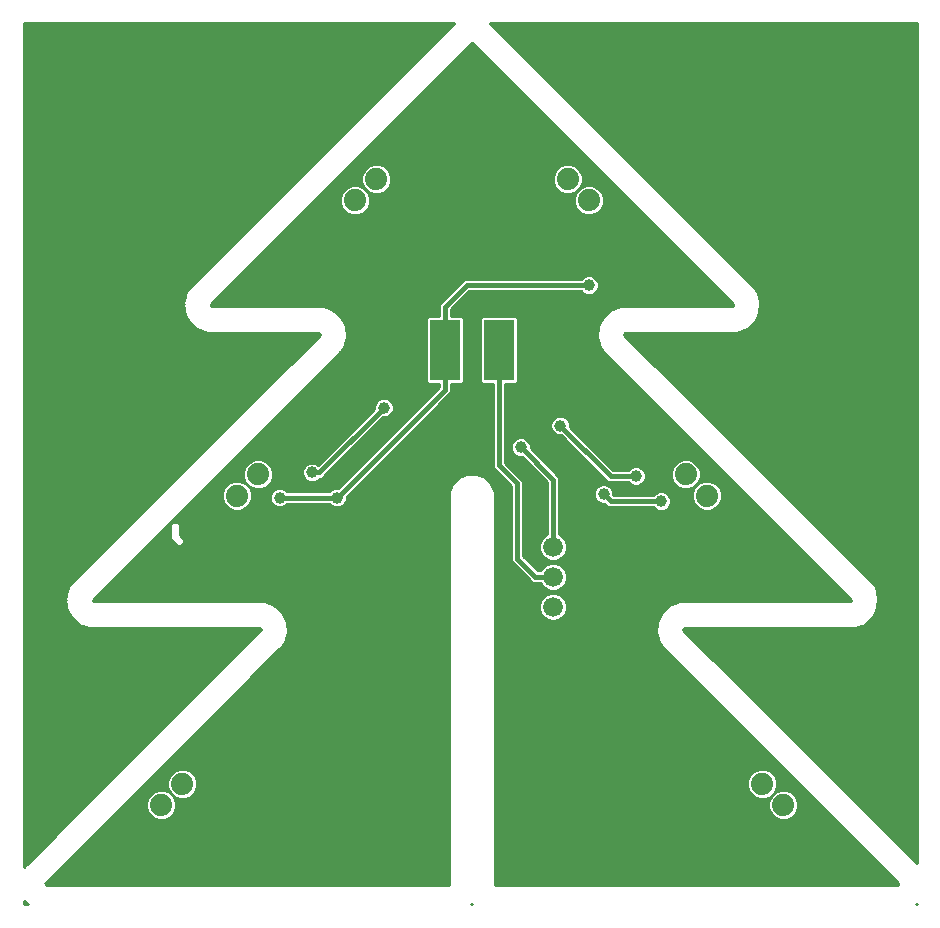
<source format=gtl>
G75*
G70*
%OFA0B0*%
%FSLAX24Y24*%
%IPPOS*%
%LPD*%
%AMOC8*
5,1,8,0,0,1.08239X$1,22.5*
%
%ADD10C,0.0740*%
%ADD11R,0.1000X0.2000*%
%ADD12C,0.0660*%
%ADD13C,0.0100*%
%ADD14C,0.0396*%
%ADD15C,0.0160*%
D10*
X004721Y003463D03*
X005428Y004170D03*
X007250Y013778D03*
X007957Y014485D03*
X011187Y023621D03*
X011894Y024328D03*
X018273Y024328D03*
X018980Y023621D03*
X022210Y014485D03*
X022917Y013778D03*
X024759Y004170D03*
X025466Y003463D03*
D11*
X015990Y018630D03*
X014190Y018630D03*
D12*
X017790Y012070D03*
X017790Y011070D03*
X017790Y010070D03*
D13*
X000274Y000150D02*
X000150Y000150D01*
X000150Y000262D01*
X000274Y000150D01*
X000266Y000157D02*
X000150Y000157D01*
X000150Y000256D02*
X000158Y000256D01*
X000877Y000819D02*
X000870Y000833D01*
X000868Y000848D01*
X000871Y000858D01*
X008669Y008655D01*
X008697Y008672D01*
X008731Y008718D01*
X008772Y008759D01*
X008785Y008789D01*
X008856Y008884D01*
X008856Y008884D01*
X008951Y009223D01*
X008918Y009573D01*
X008761Y009888D01*
X008501Y010124D01*
X008501Y010124D01*
X008173Y010251D01*
X002485Y010251D01*
X002477Y010252D01*
X002463Y010257D01*
X002452Y010268D01*
X002445Y010282D01*
X002443Y010297D01*
X002446Y010306D01*
X010637Y018498D01*
X010665Y018515D01*
X010700Y018561D01*
X010741Y018601D01*
X010753Y018632D01*
X010825Y018727D01*
X010920Y019065D01*
X010920Y019065D01*
X010887Y019415D01*
X010887Y019415D01*
X010729Y019730D01*
X010469Y019967D01*
X010141Y020094D01*
X006422Y020094D01*
X006414Y020094D01*
X006400Y020100D01*
X006389Y020110D01*
X006382Y020124D01*
X006380Y020139D01*
X006383Y020149D01*
X015084Y028850D01*
X023784Y020149D01*
X023787Y020139D01*
X023785Y020124D01*
X023779Y020110D01*
X023767Y020100D01*
X023753Y020094D01*
X023745Y020094D01*
X020026Y020094D01*
X019698Y019967D01*
X019438Y019730D01*
X019280Y019415D01*
X019247Y019065D01*
X019342Y018727D01*
X019342Y018727D01*
X019414Y018632D01*
X019426Y018601D01*
X019467Y018561D01*
X019502Y018515D01*
X019530Y018498D01*
X027721Y010306D01*
X027724Y010297D01*
X027722Y010282D01*
X027716Y010268D01*
X027704Y010257D01*
X027690Y010252D01*
X027682Y010251D01*
X021994Y010251D01*
X021666Y010124D01*
X021406Y009888D01*
X021406Y009888D01*
X021249Y009573D01*
X021216Y009223D01*
X021216Y009223D01*
X021311Y008884D01*
X021382Y008789D01*
X021395Y008759D01*
X021436Y008718D01*
X021470Y008672D01*
X021498Y008655D01*
X029296Y000858D01*
X029299Y000848D01*
X029297Y000833D01*
X029290Y000819D01*
X029279Y000808D01*
X029265Y000803D01*
X029257Y000802D01*
X015849Y000802D01*
X015849Y013649D01*
X015849Y013890D01*
X015732Y014171D01*
X015732Y014171D01*
X015517Y014387D01*
X015236Y014503D01*
X014931Y014503D01*
X014650Y014387D01*
X014435Y014171D01*
X014319Y013890D01*
X014319Y000802D01*
X000910Y000802D01*
X000903Y000803D01*
X000888Y000808D01*
X000877Y000819D01*
X000869Y000847D02*
X014319Y000847D01*
X014319Y000945D02*
X000958Y000945D01*
X001057Y001044D02*
X014319Y001044D01*
X014319Y001142D02*
X001155Y001142D01*
X001254Y001241D02*
X014319Y001241D01*
X014319Y001339D02*
X001352Y001339D01*
X001451Y001438D02*
X014319Y001438D01*
X014319Y001536D02*
X001549Y001536D01*
X001648Y001635D02*
X014319Y001635D01*
X014319Y001733D02*
X001746Y001733D01*
X001845Y001832D02*
X014319Y001832D01*
X014319Y001930D02*
X001943Y001930D01*
X002042Y002029D02*
X014319Y002029D01*
X014319Y002127D02*
X002140Y002127D01*
X002239Y002226D02*
X014319Y002226D01*
X014319Y002324D02*
X002337Y002324D01*
X002436Y002423D02*
X014319Y002423D01*
X014319Y002521D02*
X002534Y002521D01*
X002633Y002620D02*
X014319Y002620D01*
X014319Y002718D02*
X002731Y002718D01*
X002830Y002817D02*
X014319Y002817D01*
X014319Y002915D02*
X002928Y002915D01*
X003027Y003014D02*
X004500Y003014D01*
X004438Y003039D02*
X004622Y002963D01*
X004821Y002963D01*
X005004Y003039D01*
X005145Y003180D01*
X005221Y003364D01*
X005221Y003563D01*
X005145Y003746D01*
X005004Y003887D01*
X004821Y003963D01*
X004622Y003963D01*
X004438Y003887D01*
X004297Y003746D01*
X004221Y003563D01*
X004221Y003364D01*
X004297Y003180D01*
X004438Y003039D01*
X004365Y003112D02*
X003125Y003112D01*
X003224Y003211D02*
X004285Y003211D01*
X004244Y003309D02*
X003322Y003309D01*
X003421Y003408D02*
X004221Y003408D01*
X004221Y003506D02*
X003519Y003506D01*
X003618Y003605D02*
X004239Y003605D01*
X004279Y003703D02*
X003716Y003703D01*
X003815Y003802D02*
X004352Y003802D01*
X004469Y003900D02*
X003913Y003900D01*
X004012Y003999D02*
X004958Y003999D01*
X004928Y004071D02*
X005004Y003887D01*
X005145Y003746D01*
X005329Y003670D01*
X005528Y003670D01*
X005712Y003746D01*
X005852Y003887D01*
X005928Y004071D01*
X005928Y004270D01*
X005852Y004454D01*
X005712Y004594D01*
X005528Y004670D01*
X005329Y004670D01*
X005145Y004594D01*
X005004Y004454D01*
X004928Y004270D01*
X004928Y004071D01*
X004928Y004097D02*
X004110Y004097D01*
X004209Y004196D02*
X004928Y004196D01*
X004938Y004294D02*
X004307Y004294D01*
X004406Y004393D02*
X004979Y004393D01*
X005042Y004491D02*
X004504Y004491D01*
X004603Y004590D02*
X005140Y004590D01*
X004898Y004885D02*
X014319Y004885D01*
X014319Y004787D02*
X004800Y004787D01*
X004701Y004688D02*
X014319Y004688D01*
X014319Y004590D02*
X005716Y004590D01*
X005815Y004491D02*
X014319Y004491D01*
X014319Y004393D02*
X005878Y004393D01*
X005918Y004294D02*
X014319Y004294D01*
X014319Y004196D02*
X005928Y004196D01*
X005928Y004097D02*
X014319Y004097D01*
X014319Y003999D02*
X005898Y003999D01*
X005858Y003900D02*
X014319Y003900D01*
X014319Y003802D02*
X005767Y003802D01*
X005607Y003703D02*
X014319Y003703D01*
X014319Y003605D02*
X005204Y003605D01*
X005221Y003506D02*
X014319Y003506D01*
X014319Y003408D02*
X005221Y003408D01*
X005199Y003309D02*
X014319Y003309D01*
X014319Y003211D02*
X005158Y003211D01*
X005077Y003112D02*
X014319Y003112D01*
X014319Y003014D02*
X004942Y003014D01*
X005163Y003703D02*
X005250Y003703D01*
X005090Y003802D02*
X005090Y003802D01*
X004999Y003900D02*
X004973Y003900D01*
X004997Y004984D02*
X014319Y004984D01*
X014319Y005082D02*
X005095Y005082D01*
X005194Y005181D02*
X014319Y005181D01*
X014319Y005279D02*
X005292Y005279D01*
X005391Y005378D02*
X014319Y005378D01*
X014319Y005476D02*
X005489Y005476D01*
X005588Y005575D02*
X014319Y005575D01*
X014319Y005673D02*
X005686Y005673D01*
X005785Y005772D02*
X014319Y005772D01*
X014319Y005870D02*
X005883Y005870D01*
X005982Y005969D02*
X014319Y005969D01*
X014319Y006067D02*
X006080Y006067D01*
X006179Y006166D02*
X014319Y006166D01*
X014319Y006264D02*
X006277Y006264D01*
X006376Y006363D02*
X014319Y006363D01*
X014319Y006461D02*
X006474Y006461D01*
X006573Y006560D02*
X014319Y006560D01*
X014319Y006658D02*
X006671Y006658D01*
X006770Y006757D02*
X014319Y006757D01*
X014319Y006855D02*
X006868Y006855D01*
X006967Y006954D02*
X014319Y006954D01*
X014319Y007052D02*
X007065Y007052D01*
X007164Y007151D02*
X014319Y007151D01*
X014319Y007249D02*
X007262Y007249D01*
X007361Y007348D02*
X014319Y007348D01*
X014319Y007446D02*
X007459Y007446D01*
X007558Y007545D02*
X014319Y007545D01*
X014319Y007643D02*
X007656Y007643D01*
X007755Y007742D02*
X014319Y007742D01*
X014319Y007840D02*
X007853Y007840D01*
X007952Y007939D02*
X014319Y007939D01*
X014319Y008037D02*
X008050Y008037D01*
X008149Y008136D02*
X014319Y008136D01*
X014319Y008234D02*
X008247Y008234D01*
X008346Y008333D02*
X014319Y008333D01*
X014319Y008431D02*
X008444Y008431D01*
X008543Y008530D02*
X014319Y008530D01*
X014319Y008628D02*
X008641Y008628D01*
X008740Y008727D02*
X014319Y008727D01*
X014319Y008825D02*
X008812Y008825D01*
X008867Y008924D02*
X014319Y008924D01*
X014319Y009022D02*
X008895Y009022D01*
X008923Y009121D02*
X014319Y009121D01*
X014319Y009219D02*
X008950Y009219D01*
X008951Y009223D02*
X008951Y009223D01*
X008942Y009318D02*
X014319Y009318D01*
X014319Y009416D02*
X008933Y009416D01*
X008924Y009515D02*
X014319Y009515D01*
X014319Y009613D02*
X008898Y009613D01*
X008918Y009573D02*
X008918Y009573D01*
X008849Y009712D02*
X014319Y009712D01*
X014319Y009810D02*
X008800Y009810D01*
X008761Y009888D02*
X008761Y009888D01*
X008738Y009909D02*
X014319Y009909D01*
X014319Y010007D02*
X008630Y010007D01*
X008521Y010106D02*
X014319Y010106D01*
X014319Y010204D02*
X008294Y010204D01*
X008005Y009350D02*
X008019Y009345D01*
X008031Y009334D01*
X008037Y009321D01*
X008039Y009305D01*
X008036Y009296D01*
X000239Y001498D01*
X000210Y001481D01*
X000176Y001435D01*
X000150Y001409D01*
X000150Y029531D01*
X014492Y029531D01*
X014466Y029505D01*
X014466Y029505D01*
X005750Y020789D01*
X005722Y020773D01*
X005688Y020727D01*
X005647Y020686D01*
X005634Y020656D01*
X005563Y020560D01*
X005468Y020222D01*
X005468Y020222D01*
X005501Y019872D01*
X005501Y019872D01*
X005658Y019557D01*
X005918Y019320D01*
X005918Y019320D01*
X006246Y019194D01*
X009965Y019194D01*
X009973Y019193D01*
X009988Y019187D01*
X009999Y019177D01*
X010006Y019163D01*
X010007Y019148D01*
X010005Y019138D01*
X001813Y010947D01*
X001785Y010930D01*
X001751Y010884D01*
X001710Y010843D01*
X001697Y010813D01*
X001626Y010718D01*
X001626Y010718D01*
X001531Y010379D01*
X001564Y010029D01*
X001721Y009715D01*
X001721Y009715D01*
X001981Y009478D01*
X001981Y009478D01*
X002309Y009351D01*
X007997Y009351D01*
X008005Y009350D01*
X008038Y009318D02*
X000150Y009318D01*
X000150Y009416D02*
X002141Y009416D01*
X001941Y009515D02*
X000150Y009515D01*
X000150Y009613D02*
X001833Y009613D01*
X001724Y009712D02*
X000150Y009712D01*
X000150Y009810D02*
X001673Y009810D01*
X001624Y009909D02*
X000150Y009909D01*
X000150Y010007D02*
X001575Y010007D01*
X001564Y010029D02*
X001564Y010029D01*
X001557Y010106D02*
X000150Y010106D01*
X000150Y010204D02*
X001547Y010204D01*
X001538Y010303D02*
X000150Y010303D01*
X000150Y010401D02*
X001537Y010401D01*
X001531Y010379D02*
X001531Y010379D01*
X001564Y010500D02*
X000150Y010500D01*
X000150Y010598D02*
X001592Y010598D01*
X001620Y010697D02*
X000150Y010697D01*
X000150Y010795D02*
X001684Y010795D01*
X001758Y010894D02*
X000150Y010894D01*
X000150Y010992D02*
X001859Y010992D01*
X001957Y011091D02*
X000150Y011091D01*
X000150Y011189D02*
X002056Y011189D01*
X002154Y011288D02*
X000150Y011288D01*
X000150Y011386D02*
X002253Y011386D01*
X002351Y011485D02*
X000150Y011485D01*
X000150Y011583D02*
X002450Y011583D01*
X002548Y011682D02*
X000150Y011682D01*
X000150Y011780D02*
X002647Y011780D01*
X002745Y011879D02*
X000150Y011879D01*
X000150Y011977D02*
X002844Y011977D01*
X002942Y012076D02*
X000150Y012076D01*
X000150Y012174D02*
X003041Y012174D01*
X003139Y012273D02*
X000150Y012273D01*
X000150Y012371D02*
X003238Y012371D01*
X003336Y012470D02*
X000150Y012470D01*
X000150Y012568D02*
X003435Y012568D01*
X003533Y012667D02*
X000150Y012667D01*
X000150Y012765D02*
X003632Y012765D01*
X003730Y012864D02*
X000150Y012864D01*
X000150Y012962D02*
X003829Y012962D01*
X003927Y013061D02*
X000150Y013061D01*
X000150Y013159D02*
X004026Y013159D01*
X004124Y013258D02*
X000150Y013258D01*
X000150Y013356D02*
X004223Y013356D01*
X004321Y013455D02*
X000150Y013455D01*
X000150Y013553D02*
X004420Y013553D01*
X004518Y013652D02*
X000150Y013652D01*
X000150Y013750D02*
X004617Y013750D01*
X004715Y013849D02*
X000150Y013849D01*
X000150Y013947D02*
X004814Y013947D01*
X004912Y014046D02*
X000150Y014046D01*
X000150Y014144D02*
X005011Y014144D01*
X005109Y014243D02*
X000150Y014243D01*
X000150Y014341D02*
X005208Y014341D01*
X005306Y014440D02*
X000150Y014440D01*
X000150Y014538D02*
X005405Y014538D01*
X005503Y014637D02*
X000150Y014637D01*
X000150Y014735D02*
X005602Y014735D01*
X005700Y014834D02*
X000150Y014834D01*
X000150Y014932D02*
X005799Y014932D01*
X005897Y015031D02*
X000150Y015031D01*
X000150Y015129D02*
X005996Y015129D01*
X006094Y015228D02*
X000150Y015228D01*
X000150Y015326D02*
X006193Y015326D01*
X006291Y015425D02*
X000150Y015425D01*
X000150Y015523D02*
X006390Y015523D01*
X006488Y015622D02*
X000150Y015622D01*
X000150Y015720D02*
X006587Y015720D01*
X006685Y015819D02*
X000150Y015819D01*
X000150Y015917D02*
X006784Y015917D01*
X006882Y016016D02*
X000150Y016016D01*
X000150Y016114D02*
X006981Y016114D01*
X007079Y016213D02*
X000150Y016213D01*
X000150Y016311D02*
X007178Y016311D01*
X007276Y016410D02*
X000150Y016410D01*
X000150Y016508D02*
X007375Y016508D01*
X007473Y016607D02*
X000150Y016607D01*
X000150Y016705D02*
X007572Y016705D01*
X007670Y016804D02*
X000150Y016804D01*
X000150Y016902D02*
X007769Y016902D01*
X007867Y017001D02*
X000150Y017001D01*
X000150Y017099D02*
X007966Y017099D01*
X008064Y017198D02*
X000150Y017198D01*
X000150Y017296D02*
X008163Y017296D01*
X008261Y017395D02*
X000150Y017395D01*
X000150Y017493D02*
X008360Y017493D01*
X008458Y017592D02*
X000150Y017592D01*
X000150Y017690D02*
X008557Y017690D01*
X008655Y017789D02*
X000150Y017789D01*
X000150Y017887D02*
X008754Y017887D01*
X008852Y017986D02*
X000150Y017986D01*
X000150Y018084D02*
X008951Y018084D01*
X009049Y018183D02*
X000150Y018183D01*
X000150Y018281D02*
X009148Y018281D01*
X009246Y018380D02*
X000150Y018380D01*
X000150Y018478D02*
X009345Y018478D01*
X009443Y018577D02*
X000150Y018577D01*
X000150Y018675D02*
X009542Y018675D01*
X009640Y018774D02*
X000150Y018774D01*
X000150Y018872D02*
X009739Y018872D01*
X009837Y018971D02*
X000150Y018971D01*
X000150Y019069D02*
X009936Y019069D01*
X010004Y019168D02*
X000150Y019168D01*
X000150Y019266D02*
X006059Y019266D01*
X005870Y019365D02*
X000150Y019365D01*
X000150Y019463D02*
X005761Y019463D01*
X005658Y019557D02*
X005658Y019557D01*
X005656Y019562D02*
X000150Y019562D01*
X000150Y019660D02*
X005607Y019660D01*
X005557Y019759D02*
X000150Y019759D01*
X000150Y019857D02*
X005508Y019857D01*
X005493Y019956D02*
X000150Y019956D01*
X000150Y020054D02*
X005484Y020054D01*
X005474Y020153D02*
X000150Y020153D01*
X000150Y020251D02*
X005476Y020251D01*
X005504Y020350D02*
X000150Y020350D01*
X000150Y020448D02*
X005531Y020448D01*
X005559Y020547D02*
X000150Y020547D01*
X000150Y020645D02*
X005627Y020645D01*
X005563Y020560D02*
X005563Y020560D01*
X005700Y020744D02*
X000150Y020744D01*
X000150Y020842D02*
X005803Y020842D01*
X005902Y020941D02*
X000150Y020941D01*
X000150Y021039D02*
X006000Y021039D01*
X006099Y021138D02*
X000150Y021138D01*
X000150Y021236D02*
X006197Y021236D01*
X006296Y021335D02*
X000150Y021335D01*
X000150Y021433D02*
X006394Y021433D01*
X006493Y021532D02*
X000150Y021532D01*
X000150Y021630D02*
X006591Y021630D01*
X006690Y021729D02*
X000150Y021729D01*
X000150Y021827D02*
X006788Y021827D01*
X006887Y021926D02*
X000150Y021926D01*
X000150Y022024D02*
X006985Y022024D01*
X007084Y022123D02*
X000150Y022123D01*
X000150Y022221D02*
X007182Y022221D01*
X007281Y022320D02*
X000150Y022320D01*
X000150Y022418D02*
X007379Y022418D01*
X007478Y022517D02*
X000150Y022517D01*
X000150Y022615D02*
X007576Y022615D01*
X007675Y022714D02*
X000150Y022714D01*
X000150Y022812D02*
X007773Y022812D01*
X007872Y022911D02*
X000150Y022911D01*
X000150Y023009D02*
X007970Y023009D01*
X008069Y023108D02*
X000150Y023108D01*
X000150Y023206D02*
X008167Y023206D01*
X008266Y023305D02*
X000150Y023305D01*
X000150Y023403D02*
X008364Y023403D01*
X008463Y023502D02*
X000150Y023502D01*
X000150Y023600D02*
X008561Y023600D01*
X008660Y023699D02*
X000150Y023699D01*
X000150Y023797D02*
X008758Y023797D01*
X008857Y023896D02*
X000150Y023896D01*
X000150Y023994D02*
X008955Y023994D01*
X009054Y024093D02*
X000150Y024093D01*
X000150Y024191D02*
X009152Y024191D01*
X009251Y024290D02*
X000150Y024290D01*
X000150Y024388D02*
X009349Y024388D01*
X009448Y024487D02*
X000150Y024487D01*
X000150Y024585D02*
X009546Y024585D01*
X009645Y024684D02*
X000150Y024684D01*
X000150Y024782D02*
X009743Y024782D01*
X009842Y024881D02*
X000150Y024881D01*
X000150Y024979D02*
X009940Y024979D01*
X010039Y025078D02*
X000150Y025078D01*
X000150Y025176D02*
X010137Y025176D01*
X010236Y025275D02*
X000150Y025275D01*
X000150Y025373D02*
X010334Y025373D01*
X010433Y025472D02*
X000150Y025472D01*
X000150Y025570D02*
X010531Y025570D01*
X010630Y025669D02*
X000150Y025669D01*
X000150Y025767D02*
X010728Y025767D01*
X010827Y025866D02*
X000150Y025866D01*
X000150Y025964D02*
X010925Y025964D01*
X011024Y026063D02*
X000150Y026063D01*
X000150Y026161D02*
X011122Y026161D01*
X011221Y026260D02*
X000150Y026260D01*
X000150Y026358D02*
X011319Y026358D01*
X011418Y026457D02*
X000150Y026457D01*
X000150Y026555D02*
X011516Y026555D01*
X011615Y026654D02*
X000150Y026654D01*
X000150Y026752D02*
X011713Y026752D01*
X011812Y026851D02*
X000150Y026851D01*
X000150Y026949D02*
X011910Y026949D01*
X012009Y027048D02*
X000150Y027048D01*
X000150Y027146D02*
X012107Y027146D01*
X012206Y027245D02*
X000150Y027245D01*
X000150Y027343D02*
X012304Y027343D01*
X012403Y027442D02*
X000150Y027442D01*
X000150Y027540D02*
X012501Y027540D01*
X012600Y027639D02*
X000150Y027639D01*
X000150Y027737D02*
X012698Y027737D01*
X012797Y027836D02*
X000150Y027836D01*
X000150Y027934D02*
X012895Y027934D01*
X012994Y028033D02*
X000150Y028033D01*
X000150Y028131D02*
X013092Y028131D01*
X013191Y028230D02*
X000150Y028230D01*
X000150Y028328D02*
X013289Y028328D01*
X013388Y028427D02*
X000150Y028427D01*
X000150Y028525D02*
X013486Y028525D01*
X013585Y028624D02*
X000150Y028624D01*
X000150Y028722D02*
X013683Y028722D01*
X013782Y028821D02*
X000150Y028821D01*
X000150Y028919D02*
X013880Y028919D01*
X013979Y029018D02*
X000150Y029018D01*
X000150Y029116D02*
X014077Y029116D01*
X014176Y029215D02*
X000150Y029215D01*
X000150Y029313D02*
X014274Y029313D01*
X014373Y029412D02*
X000150Y029412D01*
X000150Y029510D02*
X014471Y029510D01*
X015054Y028821D02*
X015113Y028821D01*
X015211Y028722D02*
X014956Y028722D01*
X014857Y028624D02*
X015310Y028624D01*
X015408Y028525D02*
X014759Y028525D01*
X014660Y028427D02*
X015507Y028427D01*
X015605Y028328D02*
X014562Y028328D01*
X014463Y028230D02*
X015704Y028230D01*
X015802Y028131D02*
X014365Y028131D01*
X014266Y028033D02*
X015901Y028033D01*
X015999Y027934D02*
X014168Y027934D01*
X014069Y027836D02*
X016098Y027836D01*
X016196Y027737D02*
X013971Y027737D01*
X013872Y027639D02*
X016295Y027639D01*
X016393Y027540D02*
X013774Y027540D01*
X013675Y027442D02*
X016492Y027442D01*
X016590Y027343D02*
X013577Y027343D01*
X013478Y027245D02*
X016689Y027245D01*
X016787Y027146D02*
X013380Y027146D01*
X013281Y027048D02*
X016886Y027048D01*
X016984Y026949D02*
X013183Y026949D01*
X013084Y026851D02*
X017083Y026851D01*
X017181Y026752D02*
X012986Y026752D01*
X012887Y026654D02*
X017280Y026654D01*
X017378Y026555D02*
X012789Y026555D01*
X012690Y026457D02*
X017477Y026457D01*
X017575Y026358D02*
X012592Y026358D01*
X012493Y026260D02*
X017674Y026260D01*
X017772Y026161D02*
X012395Y026161D01*
X012296Y026063D02*
X017871Y026063D01*
X017969Y025964D02*
X012198Y025964D01*
X012099Y025866D02*
X018068Y025866D01*
X018166Y025767D02*
X012001Y025767D01*
X011902Y025669D02*
X018265Y025669D01*
X018363Y025570D02*
X011804Y025570D01*
X011705Y025472D02*
X018462Y025472D01*
X018560Y025373D02*
X011607Y025373D01*
X011508Y025275D02*
X018659Y025275D01*
X018757Y025176D02*
X011410Y025176D01*
X011311Y025078D02*
X018856Y025078D01*
X018954Y024979D02*
X011213Y024979D01*
X011114Y024881D02*
X019053Y024881D01*
X019151Y024782D02*
X018483Y024782D01*
X018557Y024752D02*
X018373Y024828D01*
X018174Y024828D01*
X017990Y024752D01*
X017849Y024611D01*
X017773Y024427D01*
X017773Y024228D01*
X017849Y024045D01*
X017990Y023904D01*
X018174Y023828D01*
X018373Y023828D01*
X018557Y023904D01*
X018480Y023720D01*
X018480Y023521D01*
X018557Y023337D01*
X018697Y023197D01*
X018881Y023121D01*
X019080Y023121D01*
X019264Y023197D01*
X019404Y023337D01*
X019480Y023521D01*
X019480Y023720D01*
X019404Y023904D01*
X019264Y024045D01*
X019080Y024121D01*
X018881Y024121D01*
X018697Y024045D01*
X018773Y024228D01*
X018773Y024427D01*
X018697Y024611D01*
X018557Y024752D01*
X018625Y024684D02*
X019250Y024684D01*
X019348Y024585D02*
X018708Y024585D01*
X018749Y024487D02*
X019447Y024487D01*
X019545Y024388D02*
X018773Y024388D01*
X018773Y024290D02*
X019644Y024290D01*
X019742Y024191D02*
X018758Y024191D01*
X018717Y024093D02*
X018813Y024093D01*
X018697Y024045D02*
X018557Y023904D01*
X018697Y024045D01*
X018647Y023994D02*
X018647Y023994D01*
X018553Y023896D02*
X018536Y023896D01*
X018512Y023797D02*
X011655Y023797D01*
X011687Y023720D02*
X011611Y023904D01*
X011794Y023828D01*
X011993Y023828D01*
X012177Y023904D01*
X012318Y024045D01*
X012394Y024228D01*
X012394Y024427D01*
X012318Y024611D01*
X012177Y024752D01*
X011993Y024828D01*
X011794Y024828D01*
X011611Y024752D01*
X011470Y024611D01*
X011394Y024427D01*
X011394Y024228D01*
X011470Y024045D01*
X011611Y023904D01*
X011470Y024045D01*
X011286Y024121D01*
X011087Y024121D01*
X010903Y024045D01*
X010763Y023904D01*
X010687Y023720D01*
X010687Y023521D01*
X010763Y023337D01*
X010903Y023197D01*
X011087Y023121D01*
X011286Y023121D01*
X011470Y023197D01*
X011611Y023337D01*
X011687Y023521D01*
X011687Y023720D01*
X011687Y023699D02*
X018480Y023699D01*
X018480Y023600D02*
X011687Y023600D01*
X011679Y023502D02*
X018489Y023502D01*
X018529Y023403D02*
X011638Y023403D01*
X011578Y023305D02*
X018589Y023305D01*
X018688Y023206D02*
X011479Y023206D01*
X010894Y023206D02*
X009440Y023206D01*
X009341Y023108D02*
X020826Y023108D01*
X020727Y023206D02*
X019273Y023206D01*
X019371Y023305D02*
X020629Y023305D01*
X020530Y023403D02*
X019431Y023403D01*
X019472Y023502D02*
X020432Y023502D01*
X020333Y023600D02*
X019480Y023600D01*
X019480Y023699D02*
X020235Y023699D01*
X020136Y023797D02*
X019449Y023797D01*
X019408Y023896D02*
X020038Y023896D01*
X019939Y023994D02*
X019314Y023994D01*
X019148Y024093D02*
X019841Y024093D01*
X020522Y024684D02*
X029910Y024684D01*
X029910Y024782D02*
X020424Y024782D01*
X020325Y024881D02*
X029910Y024881D01*
X029910Y024979D02*
X020227Y024979D01*
X020128Y025078D02*
X029910Y025078D01*
X029910Y025176D02*
X020030Y025176D01*
X019931Y025275D02*
X029910Y025275D01*
X029910Y025373D02*
X019833Y025373D01*
X019734Y025472D02*
X029910Y025472D01*
X029910Y025570D02*
X019636Y025570D01*
X019537Y025669D02*
X029910Y025669D01*
X029910Y025767D02*
X019439Y025767D01*
X019340Y025866D02*
X029910Y025866D01*
X029910Y025964D02*
X019242Y025964D01*
X019143Y026063D02*
X029910Y026063D01*
X029910Y026161D02*
X019045Y026161D01*
X018946Y026260D02*
X029910Y026260D01*
X029910Y026358D02*
X018848Y026358D01*
X018749Y026457D02*
X029910Y026457D01*
X029910Y026555D02*
X018651Y026555D01*
X018552Y026654D02*
X029910Y026654D01*
X029910Y026752D02*
X018454Y026752D01*
X018355Y026851D02*
X029910Y026851D01*
X029910Y026949D02*
X018257Y026949D01*
X018158Y027048D02*
X029910Y027048D01*
X029910Y027146D02*
X018060Y027146D01*
X017961Y027245D02*
X029910Y027245D01*
X029910Y027343D02*
X017863Y027343D01*
X017764Y027442D02*
X029910Y027442D01*
X029910Y027540D02*
X017666Y027540D01*
X017567Y027639D02*
X029910Y027639D01*
X029910Y027737D02*
X017469Y027737D01*
X017370Y027836D02*
X029910Y027836D01*
X029910Y027934D02*
X017272Y027934D01*
X017173Y028033D02*
X029910Y028033D01*
X029910Y028131D02*
X017075Y028131D01*
X016976Y028230D02*
X029910Y028230D01*
X029910Y028328D02*
X016878Y028328D01*
X016779Y028427D02*
X029910Y028427D01*
X029910Y028525D02*
X016681Y028525D01*
X016582Y028624D02*
X029910Y028624D01*
X029910Y028722D02*
X016484Y028722D01*
X016385Y028821D02*
X029910Y028821D01*
X029910Y028919D02*
X016287Y028919D01*
X016188Y029018D02*
X029910Y029018D01*
X029910Y029116D02*
X016090Y029116D01*
X015991Y029215D02*
X029910Y029215D01*
X029910Y029313D02*
X015893Y029313D01*
X015794Y029412D02*
X029910Y029412D01*
X029910Y029510D02*
X015696Y029510D01*
X015675Y029531D02*
X029910Y029531D01*
X029910Y001516D01*
X022131Y009296D01*
X022128Y009305D01*
X022130Y009321D01*
X022137Y009334D01*
X022148Y009345D01*
X022162Y009350D01*
X022170Y009351D01*
X027858Y009351D01*
X028186Y009478D01*
X028446Y009715D01*
X028603Y010029D01*
X028636Y010379D01*
X028541Y010718D01*
X028470Y010813D01*
X028457Y010843D01*
X028416Y010884D01*
X028382Y010930D01*
X028354Y010947D01*
X020162Y019138D01*
X020160Y019148D01*
X020161Y019163D01*
X020168Y019177D01*
X020180Y019187D01*
X020194Y019193D01*
X020202Y019194D01*
X023921Y019194D01*
X024249Y019320D01*
X024509Y019557D01*
X024509Y019557D01*
X024666Y019872D01*
X024699Y020222D01*
X024604Y020560D01*
X024604Y020560D01*
X024533Y020656D01*
X024520Y020686D01*
X024479Y020727D01*
X024445Y020773D01*
X024417Y020789D01*
X015675Y029531D01*
X018063Y024782D02*
X012104Y024782D01*
X012245Y024684D02*
X017922Y024684D01*
X017839Y024585D02*
X012328Y024585D01*
X012369Y024487D02*
X017798Y024487D01*
X017773Y024388D02*
X012394Y024388D01*
X012394Y024290D02*
X017773Y024290D01*
X017789Y024191D02*
X012378Y024191D01*
X012338Y024093D02*
X017830Y024093D01*
X017900Y023994D02*
X012267Y023994D01*
X012157Y023896D02*
X018010Y023896D01*
X020621Y024585D02*
X029910Y024585D01*
X029910Y024487D02*
X020719Y024487D01*
X020818Y024388D02*
X029910Y024388D01*
X029910Y024290D02*
X020916Y024290D01*
X021015Y024191D02*
X029910Y024191D01*
X029910Y024093D02*
X021113Y024093D01*
X021212Y023994D02*
X029910Y023994D01*
X029910Y023896D02*
X021310Y023896D01*
X021409Y023797D02*
X029910Y023797D01*
X029910Y023699D02*
X021507Y023699D01*
X021606Y023600D02*
X029910Y023600D01*
X029910Y023502D02*
X021704Y023502D01*
X021803Y023403D02*
X029910Y023403D01*
X029910Y023305D02*
X021901Y023305D01*
X022000Y023206D02*
X029910Y023206D01*
X029910Y023108D02*
X022098Y023108D01*
X022197Y023009D02*
X029910Y023009D01*
X029910Y022911D02*
X022295Y022911D01*
X022394Y022812D02*
X029910Y022812D01*
X029910Y022714D02*
X022492Y022714D01*
X022591Y022615D02*
X029910Y022615D01*
X029910Y022517D02*
X022689Y022517D01*
X022788Y022418D02*
X029910Y022418D01*
X029910Y022320D02*
X022886Y022320D01*
X022985Y022221D02*
X029910Y022221D01*
X029910Y022123D02*
X023083Y022123D01*
X023182Y022024D02*
X029910Y022024D01*
X029910Y021926D02*
X023280Y021926D01*
X023379Y021827D02*
X029910Y021827D01*
X029910Y021729D02*
X023477Y021729D01*
X023576Y021630D02*
X029910Y021630D01*
X029910Y021532D02*
X023674Y021532D01*
X023773Y021433D02*
X029910Y021433D01*
X029910Y021335D02*
X023871Y021335D01*
X023970Y021236D02*
X029910Y021236D01*
X029910Y021138D02*
X024068Y021138D01*
X024167Y021039D02*
X029910Y021039D01*
X029910Y020941D02*
X024265Y020941D01*
X024364Y020842D02*
X029910Y020842D01*
X029910Y020744D02*
X024467Y020744D01*
X024541Y020645D02*
X029910Y020645D01*
X029910Y020547D02*
X024608Y020547D01*
X024636Y020448D02*
X029910Y020448D01*
X029910Y020350D02*
X024663Y020350D01*
X024691Y020251D02*
X029910Y020251D01*
X029910Y020153D02*
X024693Y020153D01*
X024699Y020222D02*
X024699Y020222D01*
X024684Y020054D02*
X029910Y020054D01*
X029910Y019956D02*
X024674Y019956D01*
X024666Y019872D02*
X024666Y019872D01*
X024659Y019857D02*
X029910Y019857D01*
X029910Y019759D02*
X024610Y019759D01*
X024560Y019660D02*
X029910Y019660D01*
X029910Y019562D02*
X024511Y019562D01*
X024406Y019463D02*
X029910Y019463D01*
X029910Y019365D02*
X024297Y019365D01*
X024249Y019320D02*
X024249Y019320D01*
X024108Y019266D02*
X029910Y019266D01*
X029910Y019168D02*
X020163Y019168D01*
X020231Y019069D02*
X029910Y019069D01*
X029910Y018971D02*
X020330Y018971D01*
X020428Y018872D02*
X029910Y018872D01*
X029910Y018774D02*
X020527Y018774D01*
X020625Y018675D02*
X029910Y018675D01*
X029910Y018577D02*
X020724Y018577D01*
X020822Y018478D02*
X029910Y018478D01*
X029910Y018380D02*
X020921Y018380D01*
X021019Y018281D02*
X029910Y018281D01*
X029910Y018183D02*
X021118Y018183D01*
X021216Y018084D02*
X029910Y018084D01*
X029910Y017986D02*
X021315Y017986D01*
X021413Y017887D02*
X029910Y017887D01*
X029910Y017789D02*
X021512Y017789D01*
X021610Y017690D02*
X029910Y017690D01*
X029910Y017592D02*
X021709Y017592D01*
X021807Y017493D02*
X029910Y017493D01*
X029910Y017395D02*
X021906Y017395D01*
X022004Y017296D02*
X029910Y017296D01*
X029910Y017198D02*
X022103Y017198D01*
X022201Y017099D02*
X029910Y017099D01*
X029910Y017001D02*
X022300Y017001D01*
X022398Y016902D02*
X029910Y016902D01*
X029910Y016804D02*
X022497Y016804D01*
X022595Y016705D02*
X029910Y016705D01*
X029910Y016607D02*
X022694Y016607D01*
X022792Y016508D02*
X029910Y016508D01*
X029910Y016410D02*
X022891Y016410D01*
X022989Y016311D02*
X029910Y016311D01*
X029910Y016213D02*
X023088Y016213D01*
X023186Y016114D02*
X029910Y016114D01*
X029910Y016016D02*
X023285Y016016D01*
X023383Y015917D02*
X029910Y015917D01*
X029910Y015819D02*
X023482Y015819D01*
X023580Y015720D02*
X029910Y015720D01*
X029910Y015622D02*
X023679Y015622D01*
X023777Y015523D02*
X029910Y015523D01*
X029910Y015425D02*
X023876Y015425D01*
X023974Y015326D02*
X029910Y015326D01*
X029910Y015228D02*
X024073Y015228D01*
X024171Y015129D02*
X029910Y015129D01*
X029910Y015031D02*
X024270Y015031D01*
X024368Y014932D02*
X029910Y014932D01*
X029910Y014834D02*
X024467Y014834D01*
X024565Y014735D02*
X029910Y014735D01*
X029910Y014637D02*
X024664Y014637D01*
X024762Y014538D02*
X029910Y014538D01*
X029910Y014440D02*
X024861Y014440D01*
X024959Y014341D02*
X029910Y014341D01*
X029910Y014243D02*
X025058Y014243D01*
X025156Y014144D02*
X029910Y014144D01*
X029910Y014046D02*
X025255Y014046D01*
X025353Y013947D02*
X029910Y013947D01*
X029910Y013849D02*
X025452Y013849D01*
X025550Y013750D02*
X029910Y013750D01*
X029910Y013652D02*
X025649Y013652D01*
X025747Y013553D02*
X029910Y013553D01*
X029910Y013455D02*
X025846Y013455D01*
X025944Y013356D02*
X029910Y013356D01*
X029910Y013258D02*
X026043Y013258D01*
X026141Y013159D02*
X029910Y013159D01*
X029910Y013061D02*
X026240Y013061D01*
X026338Y012962D02*
X029910Y012962D01*
X029910Y012864D02*
X026437Y012864D01*
X026535Y012765D02*
X029910Y012765D01*
X029910Y012667D02*
X026634Y012667D01*
X026732Y012568D02*
X029910Y012568D01*
X029910Y012470D02*
X026831Y012470D01*
X026929Y012371D02*
X029910Y012371D01*
X029910Y012273D02*
X027028Y012273D01*
X027126Y012174D02*
X029910Y012174D01*
X029910Y012076D02*
X027225Y012076D01*
X027323Y011977D02*
X029910Y011977D01*
X029910Y011879D02*
X027422Y011879D01*
X027520Y011780D02*
X029910Y011780D01*
X029910Y011682D02*
X027619Y011682D01*
X027717Y011583D02*
X029910Y011583D01*
X029910Y011485D02*
X027816Y011485D01*
X027914Y011386D02*
X029910Y011386D01*
X029910Y011288D02*
X028013Y011288D01*
X028111Y011189D02*
X029910Y011189D01*
X029910Y011091D02*
X028210Y011091D01*
X028308Y010992D02*
X029910Y010992D01*
X029910Y010894D02*
X028409Y010894D01*
X028483Y010795D02*
X029910Y010795D01*
X029910Y010697D02*
X028547Y010697D01*
X028541Y010718D02*
X028541Y010718D01*
X028575Y010598D02*
X029910Y010598D01*
X029910Y010500D02*
X028603Y010500D01*
X028630Y010401D02*
X029910Y010401D01*
X029910Y010303D02*
X028629Y010303D01*
X028636Y010379D02*
X028636Y010379D01*
X028620Y010204D02*
X029910Y010204D01*
X029910Y010106D02*
X028611Y010106D01*
X028603Y010029D02*
X028603Y010029D01*
X028592Y010007D02*
X029910Y010007D01*
X029910Y009909D02*
X028543Y009909D01*
X028494Y009810D02*
X029910Y009810D01*
X029910Y009712D02*
X028443Y009712D01*
X028446Y009715D02*
X028446Y009715D01*
X028334Y009613D02*
X029910Y009613D01*
X029910Y009515D02*
X028226Y009515D01*
X028186Y009478D02*
X028186Y009478D01*
X028026Y009416D02*
X029910Y009416D01*
X029910Y009318D02*
X022129Y009318D01*
X022207Y009219D02*
X029910Y009219D01*
X029910Y009121D02*
X022306Y009121D01*
X022404Y009022D02*
X029910Y009022D01*
X029910Y008924D02*
X022503Y008924D01*
X022601Y008825D02*
X029910Y008825D01*
X029910Y008727D02*
X022700Y008727D01*
X022798Y008628D02*
X029910Y008628D01*
X029910Y008530D02*
X022897Y008530D01*
X022995Y008431D02*
X029910Y008431D01*
X029910Y008333D02*
X023094Y008333D01*
X023192Y008234D02*
X029910Y008234D01*
X029910Y008136D02*
X023291Y008136D01*
X023389Y008037D02*
X029910Y008037D01*
X029910Y007939D02*
X023488Y007939D01*
X023586Y007840D02*
X029910Y007840D01*
X029910Y007742D02*
X023685Y007742D01*
X023783Y007643D02*
X029910Y007643D01*
X029910Y007545D02*
X023882Y007545D01*
X023980Y007446D02*
X029910Y007446D01*
X029910Y007348D02*
X024079Y007348D01*
X024177Y007249D02*
X029910Y007249D01*
X029910Y007151D02*
X024276Y007151D01*
X024374Y007052D02*
X029910Y007052D01*
X029910Y006954D02*
X024473Y006954D01*
X024571Y006855D02*
X029910Y006855D01*
X029910Y006757D02*
X024670Y006757D01*
X024768Y006658D02*
X029910Y006658D01*
X029910Y006560D02*
X024867Y006560D01*
X024965Y006461D02*
X029910Y006461D01*
X029910Y006363D02*
X025064Y006363D01*
X025162Y006264D02*
X029910Y006264D01*
X029910Y006166D02*
X025261Y006166D01*
X025359Y006067D02*
X029910Y006067D01*
X029910Y005969D02*
X025458Y005969D01*
X025556Y005870D02*
X029910Y005870D01*
X029910Y005772D02*
X025655Y005772D01*
X025753Y005673D02*
X029910Y005673D01*
X029910Y005575D02*
X025852Y005575D01*
X025950Y005476D02*
X029910Y005476D01*
X029910Y005378D02*
X026049Y005378D01*
X026147Y005279D02*
X029910Y005279D01*
X029910Y005181D02*
X026246Y005181D01*
X026344Y005082D02*
X029910Y005082D01*
X029910Y004984D02*
X026443Y004984D01*
X026541Y004885D02*
X029910Y004885D01*
X029910Y004787D02*
X026640Y004787D01*
X026738Y004688D02*
X029910Y004688D01*
X029910Y004590D02*
X026837Y004590D01*
X026935Y004491D02*
X029910Y004491D01*
X029910Y004393D02*
X027034Y004393D01*
X027132Y004294D02*
X029910Y004294D01*
X029910Y004196D02*
X027231Y004196D01*
X027329Y004097D02*
X029910Y004097D01*
X029910Y003999D02*
X027428Y003999D01*
X027526Y003900D02*
X029910Y003900D01*
X029910Y003802D02*
X027625Y003802D01*
X027723Y003703D02*
X029910Y003703D01*
X029910Y003605D02*
X027822Y003605D01*
X027920Y003506D02*
X029910Y003506D01*
X029910Y003408D02*
X028019Y003408D01*
X028117Y003309D02*
X029910Y003309D01*
X029910Y003211D02*
X028216Y003211D01*
X028314Y003112D02*
X029910Y003112D01*
X029910Y003014D02*
X028413Y003014D01*
X028511Y002915D02*
X029910Y002915D01*
X029910Y002817D02*
X028610Y002817D01*
X028708Y002718D02*
X029910Y002718D01*
X029910Y002620D02*
X028807Y002620D01*
X028905Y002521D02*
X029910Y002521D01*
X029910Y002423D02*
X029004Y002423D01*
X029102Y002324D02*
X029910Y002324D01*
X029910Y002226D02*
X029201Y002226D01*
X029299Y002127D02*
X029910Y002127D01*
X029910Y002029D02*
X029398Y002029D01*
X029496Y001930D02*
X029910Y001930D01*
X029910Y001832D02*
X029595Y001832D01*
X029693Y001733D02*
X029910Y001733D01*
X029910Y001635D02*
X029792Y001635D01*
X029890Y001536D02*
X029910Y001536D01*
X029209Y000945D02*
X015849Y000945D01*
X015849Y000847D02*
X029299Y000847D01*
X029110Y001044D02*
X015849Y001044D01*
X015849Y001142D02*
X029012Y001142D01*
X028913Y001241D02*
X015849Y001241D01*
X015849Y001339D02*
X028815Y001339D01*
X028716Y001438D02*
X015849Y001438D01*
X015849Y001536D02*
X028618Y001536D01*
X028519Y001635D02*
X015849Y001635D01*
X015849Y001733D02*
X028421Y001733D01*
X028322Y001832D02*
X015849Y001832D01*
X015849Y001930D02*
X028224Y001930D01*
X028125Y002029D02*
X015849Y002029D01*
X015849Y002127D02*
X028027Y002127D01*
X027928Y002226D02*
X015849Y002226D01*
X015849Y002324D02*
X027830Y002324D01*
X027731Y002423D02*
X015849Y002423D01*
X015849Y002521D02*
X027633Y002521D01*
X027534Y002620D02*
X015849Y002620D01*
X015849Y002718D02*
X027436Y002718D01*
X027337Y002817D02*
X015849Y002817D01*
X015849Y002915D02*
X027239Y002915D01*
X027140Y003014D02*
X025687Y003014D01*
X025749Y003039D02*
X025890Y003180D01*
X025966Y003364D01*
X025966Y003563D01*
X025890Y003746D01*
X025749Y003887D01*
X025565Y003963D01*
X025366Y003963D01*
X025183Y003887D01*
X025042Y003746D01*
X024966Y003563D01*
X024966Y003364D01*
X025042Y003180D01*
X025183Y003039D01*
X025366Y002963D01*
X025565Y002963D01*
X025749Y003039D01*
X025822Y003112D02*
X027042Y003112D01*
X026943Y003211D02*
X025902Y003211D01*
X025943Y003309D02*
X026845Y003309D01*
X026746Y003408D02*
X025966Y003408D01*
X025966Y003506D02*
X026648Y003506D01*
X026549Y003605D02*
X025949Y003605D01*
X025908Y003703D02*
X026451Y003703D01*
X026352Y003802D02*
X025835Y003802D01*
X025718Y003900D02*
X026254Y003900D01*
X026155Y003999D02*
X025229Y003999D01*
X025259Y004071D02*
X025183Y003887D01*
X025042Y003746D01*
X024858Y003670D01*
X024659Y003670D01*
X024476Y003746D01*
X024335Y003887D01*
X024259Y004071D01*
X024259Y004270D01*
X024335Y004454D01*
X024476Y004594D01*
X024659Y004670D01*
X024858Y004670D01*
X025042Y004594D01*
X025183Y004454D01*
X025259Y004270D01*
X025259Y004071D01*
X025259Y004097D02*
X026057Y004097D01*
X025958Y004196D02*
X025259Y004196D01*
X025249Y004294D02*
X025860Y004294D01*
X025761Y004393D02*
X025208Y004393D01*
X025145Y004491D02*
X025663Y004491D01*
X025564Y004590D02*
X025047Y004590D01*
X025269Y004885D02*
X015849Y004885D01*
X015849Y004787D02*
X025367Y004787D01*
X025466Y004688D02*
X015849Y004688D01*
X015849Y004590D02*
X024471Y004590D01*
X024372Y004491D02*
X015849Y004491D01*
X015849Y004393D02*
X024310Y004393D01*
X024269Y004294D02*
X015849Y004294D01*
X015849Y004196D02*
X024259Y004196D01*
X024259Y004097D02*
X015849Y004097D01*
X015849Y003999D02*
X024289Y003999D01*
X024329Y003900D02*
X015849Y003900D01*
X015849Y003802D02*
X024420Y003802D01*
X024580Y003703D02*
X015849Y003703D01*
X015849Y003605D02*
X024983Y003605D01*
X024966Y003506D02*
X015849Y003506D01*
X015849Y003408D02*
X024966Y003408D01*
X024989Y003309D02*
X015849Y003309D01*
X015849Y003211D02*
X025029Y003211D01*
X025110Y003112D02*
X015849Y003112D01*
X015849Y003014D02*
X025245Y003014D01*
X025024Y003703D02*
X024937Y003703D01*
X025097Y003802D02*
X025097Y003802D01*
X025188Y003900D02*
X025214Y003900D01*
X025170Y004984D02*
X015849Y004984D01*
X015849Y005082D02*
X025072Y005082D01*
X024973Y005181D02*
X015849Y005181D01*
X015849Y005279D02*
X024875Y005279D01*
X024776Y005378D02*
X015849Y005378D01*
X015849Y005476D02*
X024678Y005476D01*
X024579Y005575D02*
X015849Y005575D01*
X015849Y005673D02*
X024481Y005673D01*
X024382Y005772D02*
X015849Y005772D01*
X015849Y005870D02*
X024284Y005870D01*
X024185Y005969D02*
X015849Y005969D01*
X015849Y006067D02*
X024087Y006067D01*
X023988Y006166D02*
X015849Y006166D01*
X015849Y006264D02*
X023890Y006264D01*
X023791Y006363D02*
X015849Y006363D01*
X015849Y006461D02*
X023693Y006461D01*
X023594Y006560D02*
X015849Y006560D01*
X015849Y006658D02*
X023496Y006658D01*
X023397Y006757D02*
X015849Y006757D01*
X015849Y006855D02*
X023299Y006855D01*
X023200Y006954D02*
X015849Y006954D01*
X015849Y007052D02*
X023102Y007052D01*
X023003Y007151D02*
X015849Y007151D01*
X015849Y007249D02*
X022905Y007249D01*
X022806Y007348D02*
X015849Y007348D01*
X015849Y007446D02*
X022708Y007446D01*
X022609Y007545D02*
X015849Y007545D01*
X015849Y007643D02*
X022511Y007643D01*
X022412Y007742D02*
X015849Y007742D01*
X015849Y007840D02*
X022314Y007840D01*
X022215Y007939D02*
X015849Y007939D01*
X015849Y008037D02*
X022117Y008037D01*
X022018Y008136D02*
X015849Y008136D01*
X015849Y008234D02*
X021920Y008234D01*
X021821Y008333D02*
X015849Y008333D01*
X015849Y008431D02*
X021723Y008431D01*
X021624Y008530D02*
X015849Y008530D01*
X015849Y008628D02*
X021526Y008628D01*
X021427Y008727D02*
X015849Y008727D01*
X015849Y008825D02*
X021355Y008825D01*
X021311Y008884D02*
X021311Y008884D01*
X021300Y008924D02*
X015849Y008924D01*
X015849Y009022D02*
X021272Y009022D01*
X021244Y009121D02*
X015849Y009121D01*
X015849Y009219D02*
X021217Y009219D01*
X021225Y009318D02*
X015849Y009318D01*
X015849Y009416D02*
X021234Y009416D01*
X021243Y009515D02*
X015849Y009515D01*
X015849Y009613D02*
X017691Y009613D01*
X017698Y009610D02*
X017881Y009610D01*
X018051Y009680D01*
X018180Y009809D01*
X018250Y009978D01*
X018250Y010161D01*
X018180Y010331D01*
X018051Y010460D01*
X017881Y010530D01*
X017698Y010530D01*
X017529Y010460D01*
X017400Y010331D01*
X017330Y010161D01*
X017330Y009978D01*
X017400Y009809D01*
X017529Y009680D01*
X017698Y009610D01*
X017889Y009613D02*
X021269Y009613D01*
X021249Y009573D02*
X021249Y009573D01*
X021318Y009712D02*
X018082Y009712D01*
X018180Y009810D02*
X021367Y009810D01*
X021429Y009909D02*
X018221Y009909D01*
X018250Y010007D02*
X021538Y010007D01*
X021646Y010106D02*
X018250Y010106D01*
X018232Y010204D02*
X021873Y010204D01*
X021666Y010124D02*
X021666Y010124D01*
X021455Y013262D02*
X021325Y013262D01*
X021204Y013312D01*
X021136Y013380D01*
X019623Y013380D01*
X019501Y013502D01*
X019405Y013502D01*
X019284Y013552D01*
X019192Y013644D01*
X019142Y013765D01*
X019142Y013895D01*
X019192Y014016D01*
X019284Y014108D01*
X019405Y014158D01*
X019535Y014158D01*
X019656Y014108D01*
X019748Y014016D01*
X019798Y013895D01*
X019798Y013800D01*
X021136Y013800D01*
X021204Y013868D01*
X021325Y013918D01*
X021455Y013918D01*
X021576Y013868D01*
X021668Y013776D01*
X021718Y013655D01*
X021718Y013525D01*
X021668Y013404D01*
X021576Y013312D01*
X021455Y013262D01*
X021620Y013356D02*
X022632Y013356D01*
X022634Y013354D02*
X022818Y013278D01*
X023017Y013278D01*
X023201Y013354D01*
X023341Y013495D01*
X023417Y013679D01*
X023417Y013878D01*
X023341Y014061D01*
X023201Y014202D01*
X023017Y014278D01*
X022818Y014278D01*
X022634Y014202D01*
X022710Y014386D01*
X022710Y014585D01*
X022634Y014769D01*
X022494Y014909D01*
X022310Y014985D01*
X022111Y014985D01*
X021927Y014909D01*
X021786Y014769D01*
X021710Y014585D01*
X021710Y014386D01*
X021786Y014202D01*
X021927Y014061D01*
X022111Y013985D01*
X022310Y013985D01*
X022494Y014061D01*
X022417Y013878D01*
X022417Y013679D01*
X022494Y013495D01*
X022634Y013354D01*
X022534Y013455D02*
X021689Y013455D01*
X021718Y013553D02*
X022469Y013553D01*
X022429Y013652D02*
X021718Y013652D01*
X021679Y013750D02*
X022417Y013750D01*
X022417Y013849D02*
X021595Y013849D01*
X021844Y014144D02*
X020717Y014144D01*
X020736Y014152D02*
X020828Y014244D01*
X020878Y014365D01*
X020878Y014495D01*
X020828Y014616D01*
X020736Y014708D01*
X020615Y014758D01*
X020485Y014758D01*
X020364Y014708D01*
X020296Y014640D01*
X019797Y014640D01*
X018358Y016079D01*
X018358Y016175D01*
X018308Y016296D01*
X018216Y016388D01*
X018095Y016438D01*
X017965Y016438D01*
X017844Y016388D01*
X017752Y016296D01*
X017702Y016175D01*
X017702Y016045D01*
X017752Y015924D01*
X017844Y015832D01*
X017965Y015782D01*
X018061Y015782D01*
X019500Y014343D01*
X019623Y014220D01*
X020296Y014220D01*
X020364Y014152D01*
X020485Y014102D01*
X020615Y014102D01*
X020736Y014152D01*
X020827Y014243D02*
X021770Y014243D01*
X021729Y014341D02*
X020868Y014341D01*
X020878Y014440D02*
X021710Y014440D01*
X021710Y014538D02*
X020860Y014538D01*
X020807Y014637D02*
X021732Y014637D01*
X021773Y014735D02*
X020671Y014735D01*
X020429Y014735D02*
X019702Y014735D01*
X019603Y014834D02*
X021851Y014834D01*
X021982Y014932D02*
X019505Y014932D01*
X019406Y015031D02*
X022997Y015031D01*
X022899Y015129D02*
X019308Y015129D01*
X019209Y015228D02*
X022800Y015228D01*
X022702Y015326D02*
X019111Y015326D01*
X019012Y015425D02*
X022603Y015425D01*
X022505Y015523D02*
X018914Y015523D01*
X018815Y015622D02*
X022406Y015622D01*
X022308Y015720D02*
X018717Y015720D01*
X018618Y015819D02*
X022209Y015819D01*
X022111Y015917D02*
X018520Y015917D01*
X018421Y016016D02*
X022012Y016016D01*
X021914Y016114D02*
X018358Y016114D01*
X018343Y016213D02*
X021815Y016213D01*
X021717Y016311D02*
X018293Y016311D01*
X018164Y016410D02*
X021618Y016410D01*
X021520Y016508D02*
X016200Y016508D01*
X016200Y016410D02*
X017896Y016410D01*
X017767Y016311D02*
X016200Y016311D01*
X016200Y016213D02*
X017717Y016213D01*
X017702Y016114D02*
X016200Y016114D01*
X016200Y016016D02*
X017714Y016016D01*
X017759Y015917D02*
X016200Y015917D01*
X016200Y015819D02*
X017876Y015819D01*
X018123Y015720D02*
X016200Y015720D01*
X016200Y015622D02*
X016478Y015622D01*
X016524Y015668D02*
X016432Y015576D01*
X016382Y015455D01*
X016382Y015325D01*
X016432Y015204D01*
X016524Y015112D01*
X016645Y015062D01*
X016741Y015062D01*
X017580Y014223D01*
X017580Y012481D01*
X017529Y012460D01*
X017400Y012331D01*
X017330Y012161D01*
X017330Y011978D01*
X017400Y011809D01*
X017529Y011680D01*
X017698Y011610D01*
X017881Y011610D01*
X018051Y011680D01*
X018180Y011809D01*
X018250Y011978D01*
X018250Y012161D01*
X018180Y012331D01*
X018051Y012460D01*
X018000Y012481D01*
X018000Y014397D01*
X017038Y015359D01*
X017038Y015455D01*
X016988Y015576D01*
X016896Y015668D01*
X016775Y015718D01*
X016645Y015718D01*
X016524Y015668D01*
X016410Y015523D02*
X016200Y015523D01*
X016200Y015425D02*
X016382Y015425D01*
X016382Y015326D02*
X016200Y015326D01*
X016200Y015228D02*
X016422Y015228D01*
X016507Y015129D02*
X016200Y015129D01*
X016200Y015031D02*
X016772Y015031D01*
X016871Y014932D02*
X016200Y014932D01*
X016200Y014877D02*
X016200Y017500D01*
X016544Y017500D01*
X016620Y017576D01*
X016620Y019684D01*
X016544Y019760D01*
X015436Y019760D01*
X015360Y019684D01*
X015360Y017576D01*
X015436Y017500D01*
X015780Y017500D01*
X015780Y014703D01*
X016380Y014103D01*
X016380Y011583D01*
X016980Y010983D01*
X017103Y010860D01*
X017379Y010860D01*
X017400Y010809D01*
X017529Y010680D01*
X017698Y010610D01*
X017881Y010610D01*
X018051Y010680D01*
X018180Y010809D01*
X018250Y010978D01*
X018250Y011161D01*
X018180Y011331D01*
X018051Y011460D01*
X017881Y011530D01*
X017698Y011530D01*
X017529Y011460D01*
X017400Y011331D01*
X017379Y011280D01*
X017277Y011280D01*
X016800Y011757D01*
X016800Y014277D01*
X016200Y014877D01*
X016243Y014834D02*
X016969Y014834D01*
X017068Y014735D02*
X016342Y014735D01*
X016440Y014637D02*
X017166Y014637D01*
X017265Y014538D02*
X016539Y014538D01*
X016637Y014440D02*
X017363Y014440D01*
X017462Y014341D02*
X016736Y014341D01*
X016800Y014243D02*
X017560Y014243D01*
X017580Y014144D02*
X016800Y014144D01*
X016800Y014046D02*
X017580Y014046D01*
X017580Y013947D02*
X016800Y013947D01*
X016800Y013849D02*
X017580Y013849D01*
X017580Y013750D02*
X016800Y013750D01*
X016800Y013652D02*
X017580Y013652D01*
X017580Y013553D02*
X016800Y013553D01*
X016800Y013455D02*
X017580Y013455D01*
X017580Y013356D02*
X016800Y013356D01*
X016800Y013258D02*
X017580Y013258D01*
X017580Y013159D02*
X016800Y013159D01*
X016800Y013061D02*
X017580Y013061D01*
X017580Y012962D02*
X016800Y012962D01*
X016800Y012864D02*
X017580Y012864D01*
X017580Y012765D02*
X016800Y012765D01*
X016800Y012667D02*
X017580Y012667D01*
X017580Y012568D02*
X016800Y012568D01*
X016800Y012470D02*
X017553Y012470D01*
X017440Y012371D02*
X016800Y012371D01*
X016800Y012273D02*
X017376Y012273D01*
X017335Y012174D02*
X016800Y012174D01*
X016800Y012076D02*
X017330Y012076D01*
X017331Y011977D02*
X016800Y011977D01*
X016800Y011879D02*
X017371Y011879D01*
X017429Y011780D02*
X016800Y011780D01*
X016875Y011682D02*
X017528Y011682D01*
X017589Y011485D02*
X017072Y011485D01*
X016974Y011583D02*
X026445Y011583D01*
X026543Y011485D02*
X017991Y011485D01*
X018125Y011386D02*
X026642Y011386D01*
X026740Y011288D02*
X018198Y011288D01*
X018239Y011189D02*
X026839Y011189D01*
X026937Y011091D02*
X018250Y011091D01*
X018250Y010992D02*
X027036Y010992D01*
X027134Y010894D02*
X018215Y010894D01*
X018166Y010795D02*
X027233Y010795D01*
X027331Y010697D02*
X018067Y010697D01*
X017955Y010500D02*
X027528Y010500D01*
X027430Y010598D02*
X015849Y010598D01*
X015849Y010500D02*
X017625Y010500D01*
X017470Y010401D02*
X015849Y010401D01*
X015849Y010303D02*
X017388Y010303D01*
X017348Y010204D02*
X015849Y010204D01*
X015849Y010106D02*
X017330Y010106D01*
X017330Y010007D02*
X015849Y010007D01*
X015849Y009909D02*
X017359Y009909D01*
X017400Y009810D02*
X015849Y009810D01*
X015849Y009712D02*
X017498Y009712D01*
X018192Y010303D02*
X027722Y010303D01*
X027627Y010401D02*
X018110Y010401D01*
X017513Y010697D02*
X015849Y010697D01*
X015849Y010795D02*
X017414Y010795D01*
X017069Y010894D02*
X015849Y010894D01*
X015849Y010992D02*
X016971Y010992D01*
X016980Y010983D02*
X016980Y010983D01*
X016872Y011091D02*
X015849Y011091D01*
X015849Y011189D02*
X016774Y011189D01*
X016675Y011288D02*
X015849Y011288D01*
X015849Y011386D02*
X016577Y011386D01*
X016478Y011485D02*
X015849Y011485D01*
X015849Y011583D02*
X016380Y011583D01*
X016380Y011682D02*
X015849Y011682D01*
X015849Y011780D02*
X016380Y011780D01*
X016380Y011879D02*
X015849Y011879D01*
X015849Y011977D02*
X016380Y011977D01*
X016380Y012076D02*
X015849Y012076D01*
X015849Y012174D02*
X016380Y012174D01*
X016380Y012273D02*
X015849Y012273D01*
X015849Y012371D02*
X016380Y012371D01*
X016380Y012470D02*
X015849Y012470D01*
X015849Y012568D02*
X016380Y012568D01*
X016380Y012667D02*
X015849Y012667D01*
X015849Y012765D02*
X016380Y012765D01*
X016380Y012864D02*
X015849Y012864D01*
X015849Y012962D02*
X016380Y012962D01*
X016380Y013061D02*
X015849Y013061D01*
X015849Y013159D02*
X016380Y013159D01*
X016380Y013258D02*
X015849Y013258D01*
X015849Y013356D02*
X016380Y013356D01*
X016380Y013455D02*
X015849Y013455D01*
X015849Y013553D02*
X016380Y013553D01*
X016380Y013652D02*
X015849Y013652D01*
X015849Y013750D02*
X016380Y013750D01*
X016380Y013849D02*
X015849Y013849D01*
X015825Y013947D02*
X016380Y013947D01*
X016380Y014046D02*
X015784Y014046D01*
X015743Y014144D02*
X016339Y014144D01*
X016240Y014243D02*
X015661Y014243D01*
X015562Y014341D02*
X016142Y014341D01*
X016043Y014440D02*
X015389Y014440D01*
X015517Y014387D02*
X015517Y014387D01*
X015846Y014637D02*
X011814Y014637D01*
X011912Y014735D02*
X015780Y014735D01*
X015780Y014834D02*
X012011Y014834D01*
X012109Y014932D02*
X015780Y014932D01*
X015780Y015031D02*
X012208Y015031D01*
X012306Y015129D02*
X015780Y015129D01*
X015780Y015228D02*
X012405Y015228D01*
X012503Y015326D02*
X015780Y015326D01*
X015780Y015425D02*
X012602Y015425D01*
X012700Y015523D02*
X015780Y015523D01*
X015780Y015622D02*
X012799Y015622D01*
X012897Y015720D02*
X015780Y015720D01*
X015780Y015819D02*
X012996Y015819D01*
X013094Y015917D02*
X015780Y015917D01*
X015780Y016016D02*
X013193Y016016D01*
X013291Y016114D02*
X015780Y016114D01*
X015780Y016213D02*
X013390Y016213D01*
X013488Y016311D02*
X015780Y016311D01*
X015780Y016410D02*
X013587Y016410D01*
X013685Y016508D02*
X015780Y016508D01*
X015780Y016607D02*
X013784Y016607D01*
X013882Y016705D02*
X015780Y016705D01*
X015780Y016804D02*
X013981Y016804D01*
X014079Y016902D02*
X015780Y016902D01*
X015780Y017001D02*
X014178Y017001D01*
X014276Y017099D02*
X015780Y017099D01*
X015780Y017198D02*
X014375Y017198D01*
X014400Y017223D02*
X014400Y017500D01*
X014744Y017500D01*
X014820Y017576D01*
X014820Y019684D01*
X014744Y019760D01*
X014400Y019760D01*
X014400Y019983D01*
X014997Y020580D01*
X018726Y020580D01*
X018795Y020512D01*
X018915Y020462D01*
X019046Y020462D01*
X019166Y020512D01*
X019259Y020604D01*
X019309Y020725D01*
X019309Y020855D01*
X019259Y020976D01*
X019166Y021068D01*
X019046Y021118D01*
X018915Y021118D01*
X018795Y021068D01*
X018726Y021000D01*
X014823Y021000D01*
X014700Y020877D01*
X013980Y020157D01*
X013980Y019760D01*
X013636Y019760D01*
X013560Y019684D01*
X013560Y017576D01*
X013636Y017500D01*
X013980Y017500D01*
X013980Y017397D01*
X010621Y014038D01*
X010525Y014038D01*
X010404Y013988D01*
X010336Y013920D01*
X008924Y013920D01*
X008856Y013988D01*
X008735Y014038D01*
X008605Y014038D01*
X008484Y013988D01*
X008392Y013896D01*
X008342Y013775D01*
X008342Y013645D01*
X008392Y013524D01*
X008484Y013432D01*
X008605Y013382D01*
X008735Y013382D01*
X008856Y013432D01*
X008924Y013500D01*
X010336Y013500D01*
X010404Y013432D01*
X010525Y013382D01*
X010655Y013382D01*
X010776Y013432D01*
X010868Y013524D01*
X010918Y013645D01*
X010918Y013741D01*
X014400Y017223D01*
X014400Y017296D02*
X015780Y017296D01*
X015780Y017395D02*
X014400Y017395D01*
X014400Y017493D02*
X015780Y017493D01*
X016200Y017493D02*
X020535Y017493D01*
X020633Y017395D02*
X016200Y017395D01*
X016200Y017296D02*
X020732Y017296D01*
X020830Y017198D02*
X016200Y017198D01*
X016200Y017099D02*
X020929Y017099D01*
X021027Y017001D02*
X016200Y017001D01*
X016200Y016902D02*
X021126Y016902D01*
X021224Y016804D02*
X016200Y016804D01*
X016200Y016705D02*
X021323Y016705D01*
X021421Y016607D02*
X016200Y016607D01*
X016942Y015622D02*
X018221Y015622D01*
X018320Y015523D02*
X017010Y015523D01*
X017038Y015425D02*
X018418Y015425D01*
X018517Y015326D02*
X017071Y015326D01*
X017169Y015228D02*
X018615Y015228D01*
X018714Y015129D02*
X017268Y015129D01*
X017366Y015031D02*
X018812Y015031D01*
X018911Y014932D02*
X017465Y014932D01*
X017563Y014834D02*
X019009Y014834D01*
X019108Y014735D02*
X017662Y014735D01*
X017760Y014637D02*
X019206Y014637D01*
X019305Y014538D02*
X017859Y014538D01*
X017957Y014440D02*
X019403Y014440D01*
X019502Y014341D02*
X018000Y014341D01*
X018000Y014243D02*
X019600Y014243D01*
X019569Y014144D02*
X020383Y014144D01*
X019777Y013947D02*
X022446Y013947D01*
X022455Y014046D02*
X022487Y014046D01*
X022494Y014061D02*
X022634Y014202D01*
X022494Y014061D01*
X022576Y014144D02*
X022576Y014144D01*
X022651Y014243D02*
X022732Y014243D01*
X022692Y014341D02*
X023687Y014341D01*
X023785Y014243D02*
X023103Y014243D01*
X023259Y014144D02*
X023884Y014144D01*
X023982Y014046D02*
X023348Y014046D01*
X023389Y013947D02*
X024081Y013947D01*
X024179Y013849D02*
X023417Y013849D01*
X023417Y013750D02*
X024278Y013750D01*
X024376Y013652D02*
X023406Y013652D01*
X023365Y013553D02*
X024475Y013553D01*
X024573Y013455D02*
X023301Y013455D01*
X023202Y013356D02*
X024672Y013356D01*
X024770Y013258D02*
X018000Y013258D01*
X018000Y013356D02*
X021160Y013356D01*
X021185Y013849D02*
X019798Y013849D01*
X019718Y014046D02*
X021965Y014046D01*
X022710Y014440D02*
X023588Y014440D01*
X023490Y014538D02*
X022710Y014538D01*
X022689Y014637D02*
X023391Y014637D01*
X023293Y014735D02*
X022648Y014735D01*
X022569Y014834D02*
X023194Y014834D01*
X023096Y014932D02*
X022438Y014932D01*
X024869Y013159D02*
X018000Y013159D01*
X018000Y013061D02*
X024967Y013061D01*
X025066Y012962D02*
X018000Y012962D01*
X018000Y012864D02*
X025164Y012864D01*
X025263Y012765D02*
X018000Y012765D01*
X018000Y012667D02*
X025361Y012667D01*
X025460Y012568D02*
X018000Y012568D01*
X018027Y012470D02*
X025558Y012470D01*
X025657Y012371D02*
X018140Y012371D01*
X018204Y012273D02*
X025755Y012273D01*
X025854Y012174D02*
X018245Y012174D01*
X018250Y012076D02*
X025952Y012076D01*
X026051Y011977D02*
X018249Y011977D01*
X018209Y011879D02*
X026149Y011879D01*
X026248Y011780D02*
X018151Y011780D01*
X018052Y011682D02*
X026346Y011682D01*
X020436Y017592D02*
X016620Y017592D01*
X016620Y017690D02*
X020338Y017690D01*
X020239Y017789D02*
X016620Y017789D01*
X016620Y017887D02*
X020141Y017887D01*
X020042Y017986D02*
X016620Y017986D01*
X016620Y018084D02*
X019944Y018084D01*
X019845Y018183D02*
X016620Y018183D01*
X016620Y018281D02*
X019747Y018281D01*
X019648Y018380D02*
X016620Y018380D01*
X016620Y018478D02*
X019550Y018478D01*
X019451Y018577D02*
X016620Y018577D01*
X016620Y018675D02*
X019381Y018675D01*
X019329Y018774D02*
X016620Y018774D01*
X016620Y018872D02*
X019302Y018872D01*
X019274Y018971D02*
X016620Y018971D01*
X016620Y019069D02*
X019247Y019069D01*
X019247Y019065D02*
X019247Y019065D01*
X019257Y019168D02*
X016620Y019168D01*
X016620Y019266D02*
X019266Y019266D01*
X019276Y019365D02*
X016620Y019365D01*
X016620Y019463D02*
X019304Y019463D01*
X019280Y019415D02*
X019280Y019415D01*
X019353Y019562D02*
X016620Y019562D01*
X016620Y019660D02*
X019403Y019660D01*
X019438Y019730D02*
X019438Y019730D01*
X019469Y019759D02*
X016545Y019759D01*
X015435Y019759D02*
X014745Y019759D01*
X014820Y019660D02*
X015360Y019660D01*
X015360Y019562D02*
X014820Y019562D01*
X014820Y019463D02*
X015360Y019463D01*
X015360Y019365D02*
X014820Y019365D01*
X014820Y019266D02*
X015360Y019266D01*
X015360Y019168D02*
X014820Y019168D01*
X014820Y019069D02*
X015360Y019069D01*
X015360Y018971D02*
X014820Y018971D01*
X014820Y018872D02*
X015360Y018872D01*
X015360Y018774D02*
X014820Y018774D01*
X014820Y018675D02*
X015360Y018675D01*
X015360Y018577D02*
X014820Y018577D01*
X014820Y018478D02*
X015360Y018478D01*
X015360Y018380D02*
X014820Y018380D01*
X014820Y018281D02*
X015360Y018281D01*
X015360Y018183D02*
X014820Y018183D01*
X014820Y018084D02*
X015360Y018084D01*
X015360Y017986D02*
X014820Y017986D01*
X014820Y017887D02*
X015360Y017887D01*
X015360Y017789D02*
X014820Y017789D01*
X014820Y017690D02*
X015360Y017690D01*
X015360Y017592D02*
X014820Y017592D01*
X013980Y017493D02*
X009632Y017493D01*
X009534Y017395D02*
X013978Y017395D01*
X013879Y017296D02*
X009435Y017296D01*
X009337Y017198D02*
X013781Y017198D01*
X013682Y017099D02*
X009238Y017099D01*
X009140Y017001D02*
X011994Y017001D01*
X011964Y016988D02*
X011872Y016896D01*
X011822Y016775D01*
X011822Y016679D01*
X009954Y014810D01*
X009936Y014828D01*
X009815Y014878D01*
X009685Y014878D01*
X009564Y014828D01*
X009472Y014736D01*
X009422Y014615D01*
X009422Y014485D01*
X009472Y014364D01*
X009564Y014272D01*
X009685Y014222D01*
X009815Y014222D01*
X009936Y014272D01*
X010004Y014340D01*
X010077Y014340D01*
X010200Y014463D01*
X012119Y016382D01*
X012215Y016382D01*
X012336Y016432D01*
X012428Y016524D01*
X012478Y016645D01*
X012478Y016775D01*
X012428Y016896D01*
X012336Y016988D01*
X012215Y017038D01*
X012085Y017038D01*
X011964Y016988D01*
X011878Y016902D02*
X009041Y016902D01*
X008943Y016804D02*
X011834Y016804D01*
X011822Y016705D02*
X008844Y016705D01*
X008746Y016607D02*
X011750Y016607D01*
X011651Y016508D02*
X008647Y016508D01*
X008549Y016410D02*
X011553Y016410D01*
X011454Y016311D02*
X008450Y016311D01*
X008352Y016213D02*
X011356Y016213D01*
X011257Y016114D02*
X008253Y016114D01*
X008155Y016016D02*
X011159Y016016D01*
X011060Y015917D02*
X008056Y015917D01*
X007958Y015819D02*
X010962Y015819D01*
X010863Y015720D02*
X007859Y015720D01*
X007761Y015622D02*
X010765Y015622D01*
X010666Y015523D02*
X007662Y015523D01*
X007564Y015425D02*
X010568Y015425D01*
X010469Y015326D02*
X007465Y015326D01*
X007367Y015228D02*
X010371Y015228D01*
X010272Y015129D02*
X007268Y015129D01*
X007170Y015031D02*
X010174Y015031D01*
X010075Y014932D02*
X008185Y014932D01*
X008240Y014909D02*
X008056Y014985D01*
X007857Y014985D01*
X007674Y014909D01*
X007533Y014769D01*
X007457Y014585D01*
X007457Y014386D01*
X007533Y014202D01*
X007349Y014278D01*
X007150Y014278D01*
X006966Y014202D01*
X006826Y014061D01*
X006750Y013878D01*
X006750Y013679D01*
X006826Y013495D01*
X006966Y013354D01*
X007150Y013278D01*
X007349Y013278D01*
X007533Y013354D01*
X007674Y013495D01*
X007750Y013679D01*
X007750Y013878D01*
X007674Y014061D01*
X007533Y014202D01*
X007674Y014061D01*
X007857Y013985D01*
X008056Y013985D01*
X008240Y014061D01*
X008381Y014202D01*
X008457Y014386D01*
X008457Y014585D01*
X008381Y014769D01*
X008240Y014909D01*
X008316Y014834D02*
X009577Y014834D01*
X009472Y014735D02*
X008395Y014735D01*
X008435Y014637D02*
X009431Y014637D01*
X009422Y014538D02*
X008457Y014538D01*
X008457Y014440D02*
X009441Y014440D01*
X009495Y014341D02*
X008438Y014341D01*
X008397Y014243D02*
X009635Y014243D01*
X009865Y014243D02*
X010826Y014243D01*
X010924Y014341D02*
X010078Y014341D01*
X010177Y014440D02*
X011023Y014440D01*
X011121Y014538D02*
X010275Y014538D01*
X010374Y014637D02*
X011220Y014637D01*
X011318Y014735D02*
X010472Y014735D01*
X010571Y014834D02*
X011417Y014834D01*
X011515Y014932D02*
X010669Y014932D01*
X010768Y015031D02*
X011614Y015031D01*
X011712Y015129D02*
X010866Y015129D01*
X010965Y015228D02*
X011811Y015228D01*
X011909Y015326D02*
X011063Y015326D01*
X011162Y015425D02*
X012008Y015425D01*
X012106Y015523D02*
X011260Y015523D01*
X011359Y015622D02*
X012205Y015622D01*
X012303Y015720D02*
X011457Y015720D01*
X011556Y015819D02*
X012402Y015819D01*
X012500Y015917D02*
X011654Y015917D01*
X011753Y016016D02*
X012599Y016016D01*
X012697Y016114D02*
X011851Y016114D01*
X011950Y016213D02*
X012796Y016213D01*
X012894Y016311D02*
X012048Y016311D01*
X012282Y016410D02*
X012993Y016410D01*
X013091Y016508D02*
X012412Y016508D01*
X012462Y016607D02*
X013190Y016607D01*
X013288Y016705D02*
X012478Y016705D01*
X012466Y016804D02*
X013387Y016804D01*
X013485Y016902D02*
X012422Y016902D01*
X012306Y017001D02*
X013584Y017001D01*
X013560Y017592D02*
X009731Y017592D01*
X009829Y017690D02*
X013560Y017690D01*
X013560Y017789D02*
X009928Y017789D01*
X010026Y017887D02*
X013560Y017887D01*
X013560Y017986D02*
X010125Y017986D01*
X010223Y018084D02*
X013560Y018084D01*
X013560Y018183D02*
X010322Y018183D01*
X010420Y018281D02*
X013560Y018281D01*
X013560Y018380D02*
X010519Y018380D01*
X010617Y018478D02*
X013560Y018478D01*
X013560Y018577D02*
X010716Y018577D01*
X010786Y018675D02*
X013560Y018675D01*
X013560Y018774D02*
X010838Y018774D01*
X010825Y018727D02*
X010825Y018727D01*
X010866Y018872D02*
X013560Y018872D01*
X013560Y018971D02*
X010893Y018971D01*
X010920Y019069D02*
X013560Y019069D01*
X013560Y019168D02*
X010910Y019168D01*
X010901Y019266D02*
X013560Y019266D01*
X013560Y019365D02*
X010892Y019365D01*
X010863Y019463D02*
X013560Y019463D01*
X013560Y019562D02*
X010814Y019562D01*
X010764Y019660D02*
X013560Y019660D01*
X013635Y019759D02*
X010698Y019759D01*
X010729Y019730D02*
X010729Y019730D01*
X010590Y019857D02*
X013980Y019857D01*
X013980Y019956D02*
X010482Y019956D01*
X010469Y019967D02*
X010469Y019967D01*
X010243Y020054D02*
X013980Y020054D01*
X013980Y020153D02*
X006386Y020153D01*
X006485Y020251D02*
X014074Y020251D01*
X014173Y020350D02*
X006583Y020350D01*
X006682Y020448D02*
X014271Y020448D01*
X014370Y020547D02*
X006780Y020547D01*
X006879Y020645D02*
X014468Y020645D01*
X014567Y020744D02*
X006977Y020744D01*
X007076Y020842D02*
X014665Y020842D01*
X014764Y020941D02*
X007174Y020941D01*
X007273Y021039D02*
X018765Y021039D01*
X019195Y021039D02*
X022894Y021039D01*
X022796Y021138D02*
X007371Y021138D01*
X007470Y021236D02*
X022697Y021236D01*
X022599Y021335D02*
X007568Y021335D01*
X007667Y021433D02*
X022500Y021433D01*
X022402Y021532D02*
X007765Y021532D01*
X007864Y021630D02*
X022303Y021630D01*
X022205Y021729D02*
X007962Y021729D01*
X008061Y021827D02*
X022106Y021827D01*
X022008Y021926D02*
X008159Y021926D01*
X008258Y022024D02*
X021909Y022024D01*
X021811Y022123D02*
X008356Y022123D01*
X008455Y022221D02*
X021712Y022221D01*
X021614Y022320D02*
X008553Y022320D01*
X008652Y022418D02*
X021515Y022418D01*
X021417Y022517D02*
X008750Y022517D01*
X008849Y022615D02*
X021318Y022615D01*
X021220Y022714D02*
X008947Y022714D01*
X009046Y022812D02*
X021121Y022812D01*
X021023Y022911D02*
X009144Y022911D01*
X009243Y023009D02*
X020924Y023009D01*
X019273Y020941D02*
X022993Y020941D01*
X023091Y020842D02*
X019309Y020842D01*
X019309Y020744D02*
X023190Y020744D01*
X023288Y020645D02*
X019276Y020645D01*
X019201Y020547D02*
X023387Y020547D01*
X023485Y020448D02*
X014865Y020448D01*
X014767Y020350D02*
X023584Y020350D01*
X023682Y020251D02*
X014668Y020251D01*
X014570Y020153D02*
X023781Y020153D01*
X019924Y020054D02*
X014471Y020054D01*
X014400Y019956D02*
X019686Y019956D01*
X019698Y019967D02*
X019698Y019967D01*
X019577Y019857D02*
X014400Y019857D01*
X014964Y020547D02*
X018760Y020547D01*
X015945Y014538D02*
X011715Y014538D01*
X011617Y014440D02*
X014778Y014440D01*
X014605Y014341D02*
X011518Y014341D01*
X011420Y014243D02*
X014506Y014243D01*
X014435Y014171D02*
X014435Y014171D01*
X014435Y014171D01*
X014424Y014144D02*
X011321Y014144D01*
X011223Y014046D02*
X014383Y014046D01*
X014342Y013947D02*
X011124Y013947D01*
X011026Y013849D02*
X014319Y013849D01*
X014319Y013750D02*
X010927Y013750D01*
X010918Y013652D02*
X014319Y013652D01*
X014319Y013553D02*
X010880Y013553D01*
X010799Y013455D02*
X014319Y013455D01*
X014319Y013356D02*
X007535Y013356D01*
X007633Y013455D02*
X008461Y013455D01*
X008380Y013553D02*
X007698Y013553D01*
X007738Y013652D02*
X008342Y013652D01*
X008342Y013750D02*
X007750Y013750D01*
X007750Y013849D02*
X008372Y013849D01*
X008443Y013947D02*
X007721Y013947D01*
X007712Y014046D02*
X007680Y014046D01*
X007591Y014144D02*
X007591Y014144D01*
X007516Y014243D02*
X007435Y014243D01*
X007475Y014341D02*
X006480Y014341D01*
X006382Y014243D02*
X007064Y014243D01*
X006908Y014144D02*
X006283Y014144D01*
X006185Y014046D02*
X006819Y014046D01*
X006778Y013947D02*
X006086Y013947D01*
X005988Y013849D02*
X006750Y013849D01*
X006750Y013750D02*
X005889Y013750D01*
X005791Y013652D02*
X006761Y013652D01*
X006802Y013553D02*
X005692Y013553D01*
X005594Y013455D02*
X006866Y013455D01*
X006965Y013356D02*
X005495Y013356D01*
X005397Y013258D02*
X014319Y013258D01*
X014319Y013159D02*
X005298Y013159D01*
X005200Y013061D02*
X014319Y013061D01*
X014319Y012962D02*
X005101Y012962D01*
X005124Y012910D02*
X005030Y012816D01*
X005030Y012324D01*
X005244Y012110D01*
X005376Y012110D01*
X005470Y012204D01*
X005470Y012336D01*
X005350Y012456D01*
X005350Y012816D01*
X005256Y012910D01*
X005124Y012910D01*
X005077Y012864D02*
X005003Y012864D01*
X005030Y012765D02*
X004904Y012765D01*
X004806Y012667D02*
X005030Y012667D01*
X005030Y012568D02*
X004707Y012568D01*
X004609Y012470D02*
X005030Y012470D01*
X005030Y012371D02*
X004510Y012371D01*
X004412Y012273D02*
X005081Y012273D01*
X005180Y012174D02*
X004313Y012174D01*
X004215Y012076D02*
X014319Y012076D01*
X014319Y012174D02*
X005440Y012174D01*
X005470Y012273D02*
X014319Y012273D01*
X014319Y012371D02*
X005435Y012371D01*
X005350Y012470D02*
X014319Y012470D01*
X014319Y012568D02*
X005350Y012568D01*
X005350Y012667D02*
X014319Y012667D01*
X014319Y012765D02*
X005350Y012765D01*
X005303Y012864D02*
X014319Y012864D01*
X014319Y011977D02*
X004116Y011977D01*
X004018Y011879D02*
X014319Y011879D01*
X014319Y011780D02*
X003919Y011780D01*
X003821Y011682D02*
X014319Y011682D01*
X014319Y011583D02*
X003722Y011583D01*
X003624Y011485D02*
X014319Y011485D01*
X014319Y011386D02*
X003525Y011386D01*
X003427Y011288D02*
X014319Y011288D01*
X014319Y011189D02*
X003328Y011189D01*
X003230Y011091D02*
X014319Y011091D01*
X014319Y010992D02*
X003131Y010992D01*
X003033Y010894D02*
X014319Y010894D01*
X014319Y010795D02*
X002934Y010795D01*
X002836Y010697D02*
X014319Y010697D01*
X014319Y010598D02*
X002737Y010598D01*
X002639Y010500D02*
X014319Y010500D01*
X014319Y010401D02*
X002540Y010401D01*
X002445Y010303D02*
X014319Y010303D01*
X017171Y011386D02*
X017455Y011386D01*
X017382Y011288D02*
X017269Y011288D01*
X018000Y013455D02*
X019548Y013455D01*
X019283Y013553D02*
X018000Y013553D01*
X018000Y013652D02*
X019189Y013652D01*
X019148Y013750D02*
X018000Y013750D01*
X018000Y013849D02*
X019142Y013849D01*
X019163Y013947D02*
X018000Y013947D01*
X018000Y014046D02*
X019222Y014046D01*
X019371Y014144D02*
X018000Y014144D01*
X010727Y014144D02*
X008323Y014144D01*
X008202Y014046D02*
X010629Y014046D01*
X010363Y013947D02*
X008897Y013947D01*
X008879Y013455D02*
X010381Y013455D01*
X009977Y014834D02*
X009923Y014834D01*
X007729Y014932D02*
X007071Y014932D01*
X006973Y014834D02*
X007598Y014834D01*
X007519Y014735D02*
X006874Y014735D01*
X006776Y014637D02*
X007478Y014637D01*
X007457Y014538D02*
X006677Y014538D01*
X006579Y014440D02*
X007457Y014440D01*
X007960Y009219D02*
X000150Y009219D01*
X000150Y009121D02*
X007861Y009121D01*
X007763Y009022D02*
X000150Y009022D01*
X000150Y008924D02*
X007664Y008924D01*
X007566Y008825D02*
X000150Y008825D01*
X000150Y008727D02*
X007467Y008727D01*
X007369Y008628D02*
X000150Y008628D01*
X000150Y008530D02*
X007270Y008530D01*
X007172Y008431D02*
X000150Y008431D01*
X000150Y008333D02*
X007073Y008333D01*
X006975Y008234D02*
X000150Y008234D01*
X000150Y008136D02*
X006876Y008136D01*
X006778Y008037D02*
X000150Y008037D01*
X000150Y007939D02*
X006679Y007939D01*
X006581Y007840D02*
X000150Y007840D01*
X000150Y007742D02*
X006482Y007742D01*
X006384Y007643D02*
X000150Y007643D01*
X000150Y007545D02*
X006285Y007545D01*
X006187Y007446D02*
X000150Y007446D01*
X000150Y007348D02*
X006088Y007348D01*
X005990Y007249D02*
X000150Y007249D01*
X000150Y007151D02*
X005891Y007151D01*
X005793Y007052D02*
X000150Y007052D01*
X000150Y006954D02*
X005694Y006954D01*
X005596Y006855D02*
X000150Y006855D01*
X000150Y006757D02*
X005497Y006757D01*
X005399Y006658D02*
X000150Y006658D01*
X000150Y006560D02*
X005300Y006560D01*
X005202Y006461D02*
X000150Y006461D01*
X000150Y006363D02*
X005103Y006363D01*
X005005Y006264D02*
X000150Y006264D01*
X000150Y006166D02*
X004906Y006166D01*
X004808Y006067D02*
X000150Y006067D01*
X000150Y005969D02*
X004709Y005969D01*
X004611Y005870D02*
X000150Y005870D01*
X000150Y005772D02*
X004512Y005772D01*
X004414Y005673D02*
X000150Y005673D01*
X000150Y005575D02*
X004315Y005575D01*
X004217Y005476D02*
X000150Y005476D01*
X000150Y005378D02*
X004118Y005378D01*
X004020Y005279D02*
X000150Y005279D01*
X000150Y005181D02*
X003921Y005181D01*
X003823Y005082D02*
X000150Y005082D01*
X000150Y004984D02*
X003724Y004984D01*
X003626Y004885D02*
X000150Y004885D01*
X000150Y004787D02*
X003527Y004787D01*
X003429Y004688D02*
X000150Y004688D01*
X000150Y004590D02*
X003330Y004590D01*
X003232Y004491D02*
X000150Y004491D01*
X000150Y004393D02*
X003133Y004393D01*
X003035Y004294D02*
X000150Y004294D01*
X000150Y004196D02*
X002936Y004196D01*
X002838Y004097D02*
X000150Y004097D01*
X000150Y003999D02*
X002739Y003999D01*
X002641Y003900D02*
X000150Y003900D01*
X000150Y003802D02*
X002542Y003802D01*
X002444Y003703D02*
X000150Y003703D01*
X000150Y003605D02*
X002345Y003605D01*
X002247Y003506D02*
X000150Y003506D01*
X000150Y003408D02*
X002148Y003408D01*
X002050Y003309D02*
X000150Y003309D01*
X000150Y003211D02*
X001951Y003211D01*
X001853Y003112D02*
X000150Y003112D01*
X000150Y003014D02*
X001754Y003014D01*
X001656Y002915D02*
X000150Y002915D01*
X000150Y002817D02*
X001557Y002817D01*
X001459Y002718D02*
X000150Y002718D01*
X000150Y002620D02*
X001360Y002620D01*
X001262Y002521D02*
X000150Y002521D01*
X000150Y002423D02*
X001163Y002423D01*
X001065Y002324D02*
X000150Y002324D01*
X000150Y002226D02*
X000966Y002226D01*
X000868Y002127D02*
X000150Y002127D01*
X000150Y002029D02*
X000769Y002029D01*
X000671Y001930D02*
X000150Y001930D01*
X000150Y001832D02*
X000572Y001832D01*
X000474Y001733D02*
X000150Y001733D01*
X000150Y001635D02*
X000375Y001635D01*
X000277Y001536D02*
X000150Y001536D01*
X000150Y001438D02*
X000178Y001438D01*
X000903Y000803D02*
X000903Y000803D01*
X015067Y000150D02*
X015084Y000167D01*
X015100Y000150D01*
X015067Y000150D01*
X015074Y000157D02*
X015093Y000157D01*
X029894Y000150D02*
X029910Y000165D01*
X029910Y000150D01*
X029894Y000150D01*
X029901Y000157D02*
X029910Y000157D01*
X010796Y023305D02*
X009538Y023305D01*
X009637Y023403D02*
X010736Y023403D01*
X010695Y023502D02*
X009735Y023502D01*
X009834Y023600D02*
X010687Y023600D01*
X010687Y023699D02*
X009932Y023699D01*
X010031Y023797D02*
X010719Y023797D01*
X010759Y023896D02*
X010129Y023896D01*
X010228Y023994D02*
X010853Y023994D01*
X011019Y024093D02*
X010326Y024093D01*
X010425Y024191D02*
X011409Y024191D01*
X011394Y024290D02*
X010523Y024290D01*
X010622Y024388D02*
X011394Y024388D01*
X011418Y024487D02*
X010720Y024487D01*
X010819Y024585D02*
X011459Y024585D01*
X011542Y024684D02*
X010917Y024684D01*
X011016Y024782D02*
X011684Y024782D01*
X011450Y024093D02*
X011354Y024093D01*
X011520Y023994D02*
X011520Y023994D01*
X011614Y023896D02*
X011631Y023896D01*
D14*
X012150Y016710D03*
X009750Y014550D03*
X010590Y013710D03*
X008670Y013710D03*
X016710Y015390D03*
X018030Y016110D03*
X019470Y013830D03*
X020550Y014430D03*
X021390Y013590D03*
X018980Y020790D03*
D15*
X014910Y020790D01*
X014190Y020070D01*
X014190Y018630D01*
X014190Y017310D01*
X010590Y013710D01*
X008670Y013710D01*
X009750Y014550D02*
X009990Y014550D01*
X012150Y016710D01*
X015990Y014790D02*
X016590Y014190D01*
X016590Y011670D01*
X017190Y011070D01*
X017790Y011070D01*
X017790Y012070D02*
X017790Y014310D01*
X016710Y015390D01*
X015990Y014790D02*
X015990Y018630D01*
X018030Y016110D02*
X019710Y014430D01*
X020550Y014430D01*
X019710Y013590D02*
X021390Y013590D01*
X019710Y013590D02*
X019470Y013830D01*
M02*

</source>
